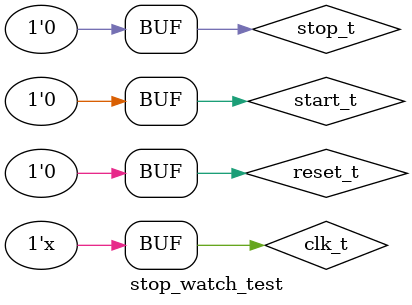
<source format=v>
`timescale 1ns/1ps
module stop_watch_test();
reg start_t, stop_t, reset_t, clk_t;
wire [3:0] sec_out_lsb_t, sec_out_msb_t, min_out_lsb_t, min_out_msb_t, hr_out_lsb_t, hr_out_msb_t;


stop_watch test_stop_watch (start_t, stop_t, reset_t, clk_t, sec_out_lsb_t, sec_out_msb_t, min_out_lsb_t, min_out_msb_t, hr_out_lsb_t, hr_out_msb_t);

initial begin
	clk_t = 0;
	start_t = 0;
	stop_t = 0;
	reset_t = 0;

	
	#1
	start_t = 1;	
	#1
	start_t = 0;
	
	#5
	reset_t = 1;
	#1
	reset_t = 0;
	
	#1
	start_t=1;
	#1
	start_t=0;
	
	#5
	stop_t = 1;
	#1
	stop_t = 0;
	
	#3
	start_t = 1;
	reset_t = 1;
	#1
	start_t = 0;
	reset_t = 0;
	
	#7
	start_t = 1;
	#1
	start_t = 0;
	
	#117
	stop_t = 1;
	#1
	stop_t = 0;
	
	#5
	start_t = 1;
	#1
	start_t = 0;
end


/*
//Uncomment this for getting the final vcd output file.
initial begin
	$dumpfile("stopwatch_10000ns.vcd");
	$dumpvars(0, stop_watch_test);
	#10000;
	$finish;
end
*/

always
#1 clk_t = ~clk_t;

endmodule

</source>
